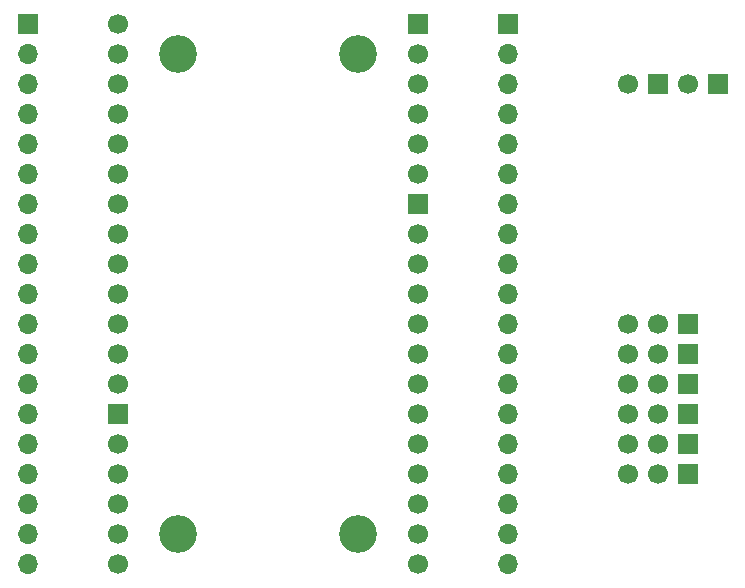
<source format=gbr>
%TF.GenerationSoftware,KiCad,Pcbnew,5.1.10-88a1d61d58~90~ubuntu20.04.1*%
%TF.CreationDate,2021-09-15T12:25:38+00:00*%
%TF.ProjectId,WifiServoBridge,57696669-5365-4727-966f-427269646765,rev?*%
%TF.SameCoordinates,Original*%
%TF.FileFunction,Soldermask,Bot*%
%TF.FilePolarity,Negative*%
%FSLAX46Y46*%
G04 Gerber Fmt 4.6, Leading zero omitted, Abs format (unit mm)*
G04 Created by KiCad (PCBNEW 5.1.10-88a1d61d58~90~ubuntu20.04.1) date 2021-09-15 12:25:38*
%MOMM*%
%LPD*%
G01*
G04 APERTURE LIST*
%ADD10C,3.200000*%
%ADD11O,1.700000X1.700000*%
%ADD12R,1.700000X1.700000*%
%ADD13C,1.700000*%
G04 APERTURE END LIST*
D10*
%TO.C,REF\u002A\u002A*%
X379730000Y86360000D03*
%TD*%
%TO.C,REF\u002A\u002A*%
X379730000Y127000000D03*
%TD*%
%TO.C,REF\u002A\u002A*%
X364490000Y86360000D03*
%TD*%
%TO.C,REF\u002A\u002A*%
X364490000Y127000000D03*
%TD*%
D11*
%TO.C,J4*%
X392430000Y83820000D03*
X392430000Y86360000D03*
X392430000Y88900000D03*
X392430000Y91440000D03*
X392430000Y93980000D03*
X392430000Y96520000D03*
X392430000Y99060000D03*
X392430000Y101600000D03*
X392430000Y104140000D03*
X392430000Y106680000D03*
X392430000Y109220000D03*
X392430000Y111760000D03*
X392430000Y114300000D03*
X392430000Y116840000D03*
X392430000Y119380000D03*
X392430000Y121920000D03*
X392430000Y124460000D03*
X392430000Y127000000D03*
D12*
X392430000Y129540000D03*
%TD*%
D11*
%TO.C,J3*%
X351790000Y83820000D03*
X351790000Y86360000D03*
X351790000Y88900000D03*
X351790000Y91440000D03*
X351790000Y93980000D03*
X351790000Y96520000D03*
X351790000Y99060000D03*
X351790000Y101600000D03*
X351790000Y104140000D03*
X351790000Y106680000D03*
X351790000Y109220000D03*
X351790000Y111760000D03*
X351790000Y114300000D03*
X351790000Y116840000D03*
X351790000Y119380000D03*
X351790000Y121920000D03*
X351790000Y124460000D03*
X351790000Y127000000D03*
D12*
X351790000Y129540000D03*
%TD*%
%TO.C,J1*%
X410210000Y124460000D03*
D13*
X407670000Y124460000D03*
%TD*%
%TO.C,J2*%
X402590000Y124460000D03*
D12*
X405130000Y124460000D03*
%TD*%
D13*
%TO.C,J5*%
X402590000Y104140000D03*
X405130000Y104140000D03*
D12*
X407670000Y104140000D03*
%TD*%
%TO.C,J6*%
X407670000Y101600000D03*
D13*
X405130000Y101600000D03*
X402590000Y101600000D03*
%TD*%
%TO.C,J7*%
X402590000Y99060000D03*
X405130000Y99060000D03*
D12*
X407670000Y99060000D03*
%TD*%
%TO.C,J8*%
X407670000Y96520000D03*
D13*
X405130000Y96520000D03*
X402590000Y96520000D03*
%TD*%
%TO.C,J9*%
X402590000Y93980000D03*
X405130000Y93980000D03*
D12*
X407670000Y93980000D03*
%TD*%
%TO.C,J10*%
X407670000Y91440000D03*
D13*
X405130000Y91440000D03*
X402590000Y91440000D03*
%TD*%
%TO.C,U1*%
X359410000Y129540000D03*
X359410000Y127000000D03*
X359410000Y124460000D03*
X359410000Y121920000D03*
X359410000Y119380000D03*
X359410000Y116840000D03*
X359410000Y114300000D03*
X359410000Y111760000D03*
X359410000Y109220000D03*
X359410000Y106680000D03*
X359410000Y104140000D03*
X359410000Y101600000D03*
X359410000Y99060000D03*
D12*
X359410000Y96520000D03*
D13*
X359410000Y93980000D03*
X359410000Y91440000D03*
X359410000Y88900000D03*
X359410000Y86360000D03*
X359410000Y83820000D03*
D12*
X384810000Y129540000D03*
D13*
X384810000Y127000000D03*
X384810000Y124460000D03*
X384810000Y121920000D03*
X384810000Y119380000D03*
X384810000Y116840000D03*
D12*
X384810000Y114300000D03*
D13*
X384810000Y111760000D03*
X384810000Y109220000D03*
X384810000Y106680000D03*
X384810000Y104140000D03*
X384810000Y101600000D03*
X384810000Y99060000D03*
X384810000Y96520000D03*
X384810000Y93980000D03*
X384810000Y91440000D03*
X384810000Y88900000D03*
X384810000Y86360000D03*
X384810000Y83820000D03*
%TD*%
M02*

</source>
